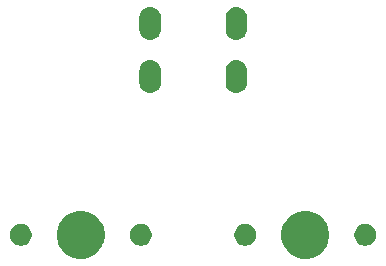
<source format=gbr>
G04 #@! TF.GenerationSoftware,KiCad,Pcbnew,(5.1.4)-1*
G04 #@! TF.CreationDate,2024-07-23T11:44:27+08:00*
G04 #@! TF.ProjectId,irog2k-pcb-demo,69726f67-326b-42d7-9063-622d64656d6f,rev?*
G04 #@! TF.SameCoordinates,Original*
G04 #@! TF.FileFunction,Soldermask,Top*
G04 #@! TF.FilePolarity,Negative*
%FSLAX46Y46*%
G04 Gerber Fmt 4.6, Leading zero omitted, Abs format (unit mm)*
G04 Created by KiCad (PCBNEW (5.1.4)-1) date 2024-07-23 11:44:27*
%MOMM*%
%LPD*%
G04 APERTURE LIST*
%ADD10C,0.100000*%
G04 APERTURE END LIST*
D10*
G36*
X94170724Y-62042434D02*
G01*
X94388724Y-62132733D01*
X94542873Y-62196583D01*
X94877798Y-62420373D01*
X95162627Y-62705202D01*
X95386417Y-63040127D01*
X95418812Y-63118336D01*
X95540566Y-63412276D01*
X95619150Y-63807344D01*
X95619150Y-64210156D01*
X95540566Y-64605224D01*
X95489701Y-64728022D01*
X95386417Y-64977373D01*
X95162627Y-65312298D01*
X94877798Y-65597127D01*
X94542873Y-65820917D01*
X94388724Y-65884767D01*
X94170724Y-65975066D01*
X93775656Y-66053650D01*
X93372844Y-66053650D01*
X92977776Y-65975066D01*
X92759776Y-65884767D01*
X92605627Y-65820917D01*
X92270702Y-65597127D01*
X91985873Y-65312298D01*
X91762083Y-64977373D01*
X91658799Y-64728022D01*
X91607934Y-64605224D01*
X91529350Y-64210156D01*
X91529350Y-63807344D01*
X91607934Y-63412276D01*
X91729688Y-63118336D01*
X91762083Y-63040127D01*
X91985873Y-62705202D01*
X92270702Y-62420373D01*
X92605627Y-62196583D01*
X92759776Y-62132733D01*
X92977776Y-62042434D01*
X93372844Y-61963850D01*
X93775656Y-61963850D01*
X94170724Y-62042434D01*
X94170724Y-62042434D01*
G37*
G36*
X113181974Y-62042434D02*
G01*
X113399974Y-62132733D01*
X113554123Y-62196583D01*
X113889048Y-62420373D01*
X114173877Y-62705202D01*
X114397667Y-63040127D01*
X114430062Y-63118336D01*
X114551816Y-63412276D01*
X114630400Y-63807344D01*
X114630400Y-64210156D01*
X114551816Y-64605224D01*
X114500951Y-64728022D01*
X114397667Y-64977373D01*
X114173877Y-65312298D01*
X113889048Y-65597127D01*
X113554123Y-65820917D01*
X113399974Y-65884767D01*
X113181974Y-65975066D01*
X112786906Y-66053650D01*
X112384094Y-66053650D01*
X111989026Y-65975066D01*
X111771026Y-65884767D01*
X111616877Y-65820917D01*
X111281952Y-65597127D01*
X110997123Y-65312298D01*
X110773333Y-64977373D01*
X110670049Y-64728022D01*
X110619184Y-64605224D01*
X110540600Y-64210156D01*
X110540600Y-63807344D01*
X110619184Y-63412276D01*
X110740938Y-63118336D01*
X110773333Y-63040127D01*
X110997123Y-62705202D01*
X111281952Y-62420373D01*
X111616877Y-62196583D01*
X111771026Y-62132733D01*
X111989026Y-62042434D01*
X112384094Y-61963850D01*
X112786906Y-61963850D01*
X113181974Y-62042434D01*
X113181974Y-62042434D01*
G37*
G36*
X98924354Y-63118335D02*
G01*
X99092876Y-63188139D01*
X99244541Y-63289478D01*
X99373522Y-63418459D01*
X99474861Y-63570124D01*
X99544665Y-63738646D01*
X99580250Y-63917547D01*
X99580250Y-64099953D01*
X99544665Y-64278854D01*
X99474861Y-64447376D01*
X99373522Y-64599041D01*
X99244541Y-64728022D01*
X99092876Y-64829361D01*
X98924354Y-64899165D01*
X98745453Y-64934750D01*
X98563047Y-64934750D01*
X98384146Y-64899165D01*
X98215624Y-64829361D01*
X98063959Y-64728022D01*
X97934978Y-64599041D01*
X97833639Y-64447376D01*
X97763835Y-64278854D01*
X97728250Y-64099953D01*
X97728250Y-63917547D01*
X97763835Y-63738646D01*
X97833639Y-63570124D01*
X97934978Y-63418459D01*
X98063959Y-63289478D01*
X98215624Y-63188139D01*
X98384146Y-63118335D01*
X98563047Y-63082750D01*
X98745453Y-63082750D01*
X98924354Y-63118335D01*
X98924354Y-63118335D01*
G37*
G36*
X88764354Y-63118335D02*
G01*
X88932876Y-63188139D01*
X89084541Y-63289478D01*
X89213522Y-63418459D01*
X89314861Y-63570124D01*
X89384665Y-63738646D01*
X89420250Y-63917547D01*
X89420250Y-64099953D01*
X89384665Y-64278854D01*
X89314861Y-64447376D01*
X89213522Y-64599041D01*
X89084541Y-64728022D01*
X88932876Y-64829361D01*
X88764354Y-64899165D01*
X88585453Y-64934750D01*
X88403047Y-64934750D01*
X88224146Y-64899165D01*
X88055624Y-64829361D01*
X87903959Y-64728022D01*
X87774978Y-64599041D01*
X87673639Y-64447376D01*
X87603835Y-64278854D01*
X87568250Y-64099953D01*
X87568250Y-63917547D01*
X87603835Y-63738646D01*
X87673639Y-63570124D01*
X87774978Y-63418459D01*
X87903959Y-63289478D01*
X88055624Y-63188139D01*
X88224146Y-63118335D01*
X88403047Y-63082750D01*
X88585453Y-63082750D01*
X88764354Y-63118335D01*
X88764354Y-63118335D01*
G37*
G36*
X117935604Y-63118335D02*
G01*
X118104126Y-63188139D01*
X118255791Y-63289478D01*
X118384772Y-63418459D01*
X118486111Y-63570124D01*
X118555915Y-63738646D01*
X118591500Y-63917547D01*
X118591500Y-64099953D01*
X118555915Y-64278854D01*
X118486111Y-64447376D01*
X118384772Y-64599041D01*
X118255791Y-64728022D01*
X118104126Y-64829361D01*
X117935604Y-64899165D01*
X117756703Y-64934750D01*
X117574297Y-64934750D01*
X117395396Y-64899165D01*
X117226874Y-64829361D01*
X117075209Y-64728022D01*
X116946228Y-64599041D01*
X116844889Y-64447376D01*
X116775085Y-64278854D01*
X116739500Y-64099953D01*
X116739500Y-63917547D01*
X116775085Y-63738646D01*
X116844889Y-63570124D01*
X116946228Y-63418459D01*
X117075209Y-63289478D01*
X117226874Y-63188139D01*
X117395396Y-63118335D01*
X117574297Y-63082750D01*
X117756703Y-63082750D01*
X117935604Y-63118335D01*
X117935604Y-63118335D01*
G37*
G36*
X107775604Y-63118335D02*
G01*
X107944126Y-63188139D01*
X108095791Y-63289478D01*
X108224772Y-63418459D01*
X108326111Y-63570124D01*
X108395915Y-63738646D01*
X108431500Y-63917547D01*
X108431500Y-64099953D01*
X108395915Y-64278854D01*
X108326111Y-64447376D01*
X108224772Y-64599041D01*
X108095791Y-64728022D01*
X107944126Y-64829361D01*
X107775604Y-64899165D01*
X107596703Y-64934750D01*
X107414297Y-64934750D01*
X107235396Y-64899165D01*
X107066874Y-64829361D01*
X106915209Y-64728022D01*
X106786228Y-64599041D01*
X106684889Y-64447376D01*
X106615085Y-64278854D01*
X106579500Y-64099953D01*
X106579500Y-63917547D01*
X106615085Y-63738646D01*
X106684889Y-63570124D01*
X106786228Y-63418459D01*
X106915209Y-63289478D01*
X107066874Y-63188139D01*
X107235396Y-63118335D01*
X107414297Y-63082750D01*
X107596703Y-63082750D01*
X107775604Y-63118335D01*
X107775604Y-63118335D01*
G37*
G36*
X106917627Y-49213037D02*
G01*
X107087466Y-49264557D01*
X107243991Y-49348222D01*
X107279729Y-49377552D01*
X107381186Y-49460814D01*
X107464448Y-49562271D01*
X107493778Y-49598009D01*
X107577443Y-49754534D01*
X107628963Y-49924373D01*
X107642000Y-50056742D01*
X107642000Y-51145258D01*
X107628963Y-51277627D01*
X107577443Y-51447466D01*
X107493778Y-51603991D01*
X107464448Y-51639729D01*
X107381186Y-51741186D01*
X107243989Y-51853779D01*
X107087467Y-51937442D01*
X107087465Y-51937443D01*
X106917626Y-51988963D01*
X106741000Y-52006359D01*
X106564373Y-51988963D01*
X106394534Y-51937443D01*
X106238009Y-51853778D01*
X106202271Y-51824448D01*
X106100814Y-51741186D01*
X105988221Y-51603989D01*
X105904558Y-51447467D01*
X105904557Y-51447465D01*
X105853037Y-51277626D01*
X105840000Y-51145257D01*
X105840001Y-50056742D01*
X105853038Y-49924373D01*
X105904558Y-49754534D01*
X105988223Y-49598009D01*
X106017553Y-49562271D01*
X106100815Y-49460814D01*
X106202272Y-49377552D01*
X106238010Y-49348222D01*
X106394535Y-49264557D01*
X106564374Y-49213037D01*
X106741000Y-49195641D01*
X106917627Y-49213037D01*
X106917627Y-49213037D01*
G37*
G36*
X99617627Y-49213037D02*
G01*
X99787466Y-49264557D01*
X99943991Y-49348222D01*
X99979729Y-49377552D01*
X100081186Y-49460814D01*
X100164448Y-49562271D01*
X100193778Y-49598009D01*
X100277443Y-49754534D01*
X100328963Y-49924373D01*
X100342000Y-50056742D01*
X100342000Y-51145258D01*
X100328963Y-51277627D01*
X100277443Y-51447466D01*
X100193778Y-51603991D01*
X100164448Y-51639729D01*
X100081186Y-51741186D01*
X99943989Y-51853779D01*
X99787467Y-51937442D01*
X99787465Y-51937443D01*
X99617626Y-51988963D01*
X99441000Y-52006359D01*
X99264373Y-51988963D01*
X99094534Y-51937443D01*
X98938009Y-51853778D01*
X98902271Y-51824448D01*
X98800814Y-51741186D01*
X98688221Y-51603989D01*
X98604558Y-51447467D01*
X98604557Y-51447465D01*
X98553037Y-51277626D01*
X98540000Y-51145257D01*
X98540001Y-50056742D01*
X98553038Y-49924373D01*
X98604558Y-49754534D01*
X98688223Y-49598009D01*
X98717553Y-49562271D01*
X98800815Y-49460814D01*
X98902272Y-49377552D01*
X98938010Y-49348222D01*
X99094535Y-49264557D01*
X99264374Y-49213037D01*
X99441000Y-49195641D01*
X99617627Y-49213037D01*
X99617627Y-49213037D01*
G37*
G36*
X99617627Y-44713037D02*
G01*
X99787466Y-44764557D01*
X99943991Y-44848222D01*
X99979729Y-44877552D01*
X100081186Y-44960814D01*
X100164448Y-45062271D01*
X100193778Y-45098009D01*
X100277443Y-45254534D01*
X100328963Y-45424373D01*
X100342000Y-45556742D01*
X100342000Y-46645258D01*
X100328963Y-46777627D01*
X100277443Y-46947466D01*
X100193778Y-47103991D01*
X100164448Y-47139729D01*
X100081186Y-47241186D01*
X99943989Y-47353779D01*
X99787467Y-47437442D01*
X99787465Y-47437443D01*
X99617626Y-47488963D01*
X99441000Y-47506359D01*
X99264373Y-47488963D01*
X99094534Y-47437443D01*
X98938009Y-47353778D01*
X98902271Y-47324448D01*
X98800814Y-47241186D01*
X98688221Y-47103989D01*
X98604558Y-46947467D01*
X98604557Y-46947465D01*
X98553037Y-46777626D01*
X98540000Y-46645257D01*
X98540001Y-45556742D01*
X98553038Y-45424373D01*
X98604558Y-45254534D01*
X98688223Y-45098009D01*
X98717553Y-45062271D01*
X98800815Y-44960814D01*
X98902272Y-44877552D01*
X98938010Y-44848222D01*
X99094535Y-44764557D01*
X99264374Y-44713037D01*
X99441000Y-44695641D01*
X99617627Y-44713037D01*
X99617627Y-44713037D01*
G37*
G36*
X106917627Y-44713037D02*
G01*
X107087466Y-44764557D01*
X107243991Y-44848222D01*
X107279729Y-44877552D01*
X107381186Y-44960814D01*
X107464448Y-45062271D01*
X107493778Y-45098009D01*
X107577443Y-45254534D01*
X107628963Y-45424373D01*
X107642000Y-45556742D01*
X107642000Y-46645258D01*
X107628963Y-46777627D01*
X107577443Y-46947466D01*
X107493778Y-47103991D01*
X107464448Y-47139729D01*
X107381186Y-47241186D01*
X107243989Y-47353779D01*
X107087467Y-47437442D01*
X107087465Y-47437443D01*
X106917626Y-47488963D01*
X106741000Y-47506359D01*
X106564373Y-47488963D01*
X106394534Y-47437443D01*
X106238009Y-47353778D01*
X106202271Y-47324448D01*
X106100814Y-47241186D01*
X105988221Y-47103989D01*
X105904558Y-46947467D01*
X105904557Y-46947465D01*
X105853037Y-46777626D01*
X105840000Y-46645257D01*
X105840001Y-45556742D01*
X105853038Y-45424373D01*
X105904558Y-45254534D01*
X105988223Y-45098009D01*
X106017553Y-45062271D01*
X106100815Y-44960814D01*
X106202272Y-44877552D01*
X106238010Y-44848222D01*
X106394535Y-44764557D01*
X106564374Y-44713037D01*
X106741000Y-44695641D01*
X106917627Y-44713037D01*
X106917627Y-44713037D01*
G37*
M02*

</source>
